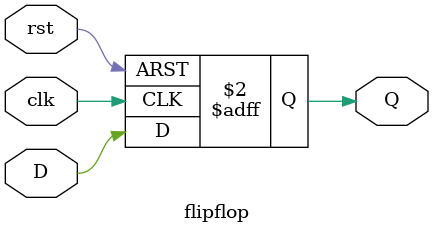
<source format=v>
`timescale 1ns / 1ps


module load_rst_reg # (parameter N=32)(
    input clk,
    input load,
    input rst,
    input [N-1:0] D,
    output [N-1:0] Q
    );

    wire [N-1:0] X;
    genvar i;
    generate 
        for (i=N-1; i>=0; i=i-1)begin
            mux a(load, D[i], Q[i], X[i]);
            flipflop b(clk, rst, X[i], Q[i]);
        end
    endgenerate

endmodule
module mux(
    input sel,
    input A,
    input B,
    output  Y
    );
    assign Y = (sel==1) ? A : B;
    
endmodule

module flipflop(
    input clk,
    input rst,
    input D,
    output reg Q
    );

    always @ (posedge clk or posedge rst)
        if (rst) begin
        Q <= 1'b0;
        end else begin
        Q <= D;
    end 


endmodule


</source>
